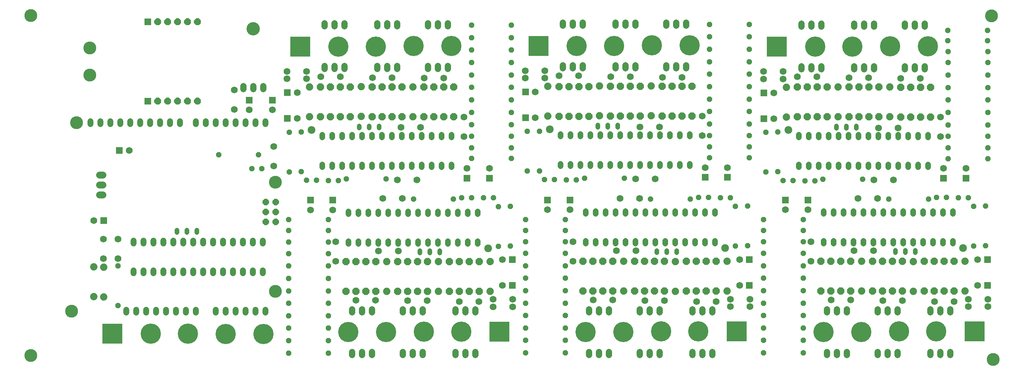
<source format=gbs>
G75*
%MOIN*%
%OFA0B0*%
%FSLAX25Y25*%
%IPPOS*%
%LPD*%
%AMOC8*
5,1,8,0,0,1.08239X$1,22.5*
%
%ADD10C,0.12998*%
%ADD11C,0.06000*%
%ADD12OC8,0.06502*%
%ADD13R,0.06900X0.06900*%
%ADD14C,0.06900*%
%ADD15C,0.07400*%
%ADD16R,0.07000X0.07000*%
%ADD17OC8,0.07000*%
%ADD18C,0.06896*%
%ADD19C,0.06400*%
%ADD20C,0.13400*%
%ADD21C,0.04762*%
%ADD22OC8,0.05600*%
%ADD23R,0.20400X0.20400*%
%ADD24C,0.20400*%
%ADD25C,0.05600*%
%ADD26OC8,0.07200*%
%ADD27C,0.07800*%
D10*
X0102550Y0108250D03*
X0143400Y0153050D03*
X0348400Y0173050D03*
X0348400Y0283050D03*
X0162000Y0390850D03*
X0162000Y0418150D03*
X0102550Y0451100D03*
X0148400Y0343050D03*
X1068750Y0450600D03*
X1070450Y0104150D03*
D11*
X0338400Y0151650D02*
X0338400Y0154450D01*
X0328400Y0154450D02*
X0328400Y0151650D01*
X0318400Y0151650D02*
X0318400Y0154450D01*
X0308400Y0154450D02*
X0308400Y0151650D01*
X0298400Y0151650D02*
X0298400Y0154450D01*
X0288400Y0154450D02*
X0288400Y0151650D01*
X0268400Y0151650D02*
X0268400Y0154450D01*
X0258400Y0154450D02*
X0258400Y0151650D01*
X0248400Y0151650D02*
X0248400Y0154450D01*
X0238400Y0154450D02*
X0238400Y0151650D01*
X0228400Y0151650D02*
X0228400Y0154450D01*
X0218400Y0154450D02*
X0218400Y0151650D01*
X0208400Y0151650D02*
X0208400Y0154450D01*
X0198400Y0154450D02*
X0198400Y0151650D01*
X0205900Y0191150D02*
X0205900Y0193950D01*
X0215900Y0193950D02*
X0215900Y0191150D01*
X0225900Y0191150D02*
X0225900Y0193950D01*
X0235900Y0193950D02*
X0235900Y0191150D01*
X0245900Y0191150D02*
X0245900Y0193950D01*
X0255900Y0193950D02*
X0255900Y0191150D01*
X0265900Y0191150D02*
X0265900Y0193950D01*
X0275900Y0193950D02*
X0275900Y0191150D01*
X0285900Y0191150D02*
X0285900Y0193950D01*
X0295900Y0193950D02*
X0295900Y0191150D01*
X0305900Y0191150D02*
X0305900Y0193950D01*
X0315900Y0193950D02*
X0315900Y0191150D01*
X0325900Y0191150D02*
X0325900Y0193950D01*
X0335900Y0193950D02*
X0335900Y0191150D01*
X0335900Y0221150D02*
X0335900Y0223950D01*
X0325900Y0223950D02*
X0325900Y0221150D01*
X0315900Y0221150D02*
X0315900Y0223950D01*
X0305900Y0223950D02*
X0305900Y0221150D01*
X0295900Y0221150D02*
X0295900Y0223950D01*
X0285900Y0223950D02*
X0285900Y0221150D01*
X0275900Y0221150D02*
X0275900Y0223950D01*
X0265900Y0223950D02*
X0265900Y0221150D01*
X0255900Y0221150D02*
X0255900Y0223950D01*
X0245900Y0223950D02*
X0245900Y0221150D01*
X0235900Y0221150D02*
X0235900Y0223950D01*
X0225900Y0223950D02*
X0225900Y0221150D01*
X0215900Y0221150D02*
X0215900Y0223950D01*
X0205900Y0223950D02*
X0205900Y0221150D01*
X0202400Y0341650D02*
X0202400Y0344450D01*
X0192400Y0344450D02*
X0192400Y0341650D01*
X0182400Y0341650D02*
X0182400Y0344450D01*
X0172400Y0344450D02*
X0172400Y0341650D01*
X0162400Y0341650D02*
X0162400Y0344450D01*
X0212400Y0344450D02*
X0212400Y0341650D01*
X0222400Y0341650D02*
X0222400Y0344450D01*
X0232400Y0344450D02*
X0232400Y0341650D01*
X0242400Y0341650D02*
X0242400Y0344450D01*
X0252400Y0344450D02*
X0252400Y0341650D01*
X0268400Y0341650D02*
X0268400Y0344450D01*
X0278400Y0344450D02*
X0278400Y0341650D01*
X0288400Y0341650D02*
X0288400Y0344450D01*
X0298400Y0344450D02*
X0298400Y0341650D01*
X0308400Y0341650D02*
X0308400Y0344450D01*
X0318400Y0344450D02*
X0318400Y0341650D01*
X0328400Y0341650D02*
X0328400Y0344450D01*
X0338400Y0344450D02*
X0338400Y0341650D01*
D12*
X0338900Y0263050D03*
X0338900Y0253050D03*
X0338900Y0243050D03*
X0348900Y0243050D03*
X0348900Y0253050D03*
X0348900Y0263050D03*
D13*
X0383700Y0264921D03*
X0406300Y0264921D03*
X0541100Y0287079D03*
X0563700Y0287079D03*
X0622200Y0265121D03*
X0644800Y0265121D03*
X0586821Y0204850D03*
X0586821Y0178850D03*
X0780700Y0287879D03*
X0803300Y0287879D03*
X0861600Y0265121D03*
X0884200Y0265121D03*
X0825321Y0205050D03*
X0825321Y0179050D03*
X1020500Y0286979D03*
X1043100Y0286979D03*
X1064721Y0205050D03*
X1064721Y0179050D03*
X0839979Y0347050D03*
X0839979Y0373050D03*
X0600179Y0373950D03*
X0600179Y0347950D03*
X0360579Y0347150D03*
X0345471Y0365771D03*
X0360579Y0373150D03*
X0322071Y0365671D03*
X0191679Y0314950D03*
X0175721Y0244250D03*
D14*
X0165879Y0244250D03*
X0175600Y0225793D03*
X0190300Y0225793D03*
X0190300Y0206107D03*
X0175600Y0206107D03*
X0346900Y0299207D03*
X0346900Y0318893D03*
X0370421Y0347150D03*
X0345471Y0355929D03*
X0322071Y0355829D03*
X0307300Y0356407D03*
X0307300Y0376093D03*
X0360157Y0387150D03*
X0360157Y0394650D03*
X0379843Y0394650D03*
X0379843Y0387150D03*
X0394157Y0389400D03*
X0413843Y0389400D03*
X0446157Y0388400D03*
X0465843Y0388400D03*
X0498157Y0387900D03*
X0517843Y0387900D03*
X0538200Y0348793D03*
X0538200Y0329107D03*
X0494493Y0338150D03*
X0474807Y0338150D03*
X0541100Y0296921D03*
X0563700Y0296921D03*
X0490843Y0285450D03*
X0471157Y0285450D03*
X0476243Y0266550D03*
X0456557Y0266550D03*
X0406300Y0255079D03*
X0383700Y0255079D03*
X0409200Y0222893D03*
X0409200Y0203207D03*
X0452357Y0213750D03*
X0472043Y0213750D03*
X0481557Y0163600D03*
X0501243Y0163600D03*
X0533557Y0162600D03*
X0553243Y0162600D03*
X0567557Y0164850D03*
X0567557Y0157350D03*
X0587243Y0157350D03*
X0587243Y0164850D03*
X0576979Y0178850D03*
X0576979Y0204850D03*
X0647700Y0203407D03*
X0647700Y0223093D03*
X0691407Y0214050D03*
X0711093Y0214050D03*
X0644800Y0255279D03*
X0622200Y0255279D03*
X0695057Y0266750D03*
X0714743Y0266750D03*
X0710757Y0286250D03*
X0730443Y0286250D03*
X0780700Y0297721D03*
X0803300Y0297721D03*
X0777800Y0329907D03*
X0777800Y0349593D03*
X0734843Y0338700D03*
X0715157Y0338700D03*
X0705443Y0389200D03*
X0685757Y0389200D03*
X0653443Y0390200D03*
X0633757Y0390200D03*
X0619443Y0387950D03*
X0619443Y0395450D03*
X0599757Y0395450D03*
X0599757Y0387950D03*
X0610021Y0373950D03*
X0610021Y0347950D03*
X0737757Y0388700D03*
X0757443Y0388700D03*
X0839557Y0387050D03*
X0839557Y0394550D03*
X0859243Y0394550D03*
X0859243Y0387050D03*
X0873557Y0389300D03*
X0893243Y0389300D03*
X0925557Y0388300D03*
X0945243Y0388300D03*
X0977557Y0387800D03*
X0997243Y0387800D03*
X1017600Y0348693D03*
X1017600Y0329007D03*
X0974743Y0337700D03*
X0955057Y0337700D03*
X1020500Y0296821D03*
X1043100Y0296821D03*
X0970243Y0285350D03*
X0950557Y0285350D03*
X0954143Y0266750D03*
X0934457Y0266750D03*
X0884200Y0255279D03*
X0861600Y0255279D03*
X0887100Y0223093D03*
X0887100Y0203407D03*
X0930657Y0214000D03*
X0950343Y0214000D03*
X0959457Y0163800D03*
X0979143Y0163800D03*
X1011457Y0162800D03*
X1031143Y0162800D03*
X1045457Y0165050D03*
X1045457Y0157550D03*
X1065143Y0157550D03*
X1065143Y0165050D03*
X1054879Y0179050D03*
X1054879Y0205050D03*
X0927143Y0164300D03*
X0907457Y0164300D03*
X0825743Y0165050D03*
X0825743Y0157550D03*
X0806057Y0157550D03*
X0806057Y0165050D03*
X0791743Y0162800D03*
X0772057Y0162800D03*
X0739743Y0163800D03*
X0720057Y0163800D03*
X0687743Y0164300D03*
X0668057Y0164300D03*
X0815479Y0179050D03*
X0815479Y0205050D03*
X0849821Y0347050D03*
X0849821Y0373050D03*
X0449243Y0164100D03*
X0429557Y0164100D03*
X0201521Y0314950D03*
X0370421Y0373150D03*
D15*
X0383000Y0378910D03*
X0435000Y0379150D03*
X0435000Y0349150D03*
X0383000Y0348910D03*
X0487000Y0349030D03*
X0487000Y0379030D03*
X0622600Y0379710D03*
X0674600Y0379950D03*
X0674600Y0349950D03*
X0622600Y0349710D03*
X0726600Y0349830D03*
X0726600Y0379830D03*
X0862400Y0378810D03*
X0914400Y0379050D03*
X0914400Y0349050D03*
X0862400Y0348810D03*
X0966400Y0348930D03*
X0966400Y0378930D03*
X0990300Y0203050D03*
X0938300Y0203170D03*
X0938300Y0173170D03*
X0990300Y0173050D03*
X1042300Y0173290D03*
X1042300Y0203290D03*
X0802900Y0203290D03*
X0750900Y0203050D03*
X0750900Y0173050D03*
X0802900Y0173290D03*
X0698900Y0173170D03*
X0698900Y0203170D03*
X0564400Y0203090D03*
X0512400Y0202850D03*
X0512400Y0172850D03*
X0564400Y0173090D03*
X0460400Y0172970D03*
X0460400Y0202970D03*
X0175700Y0197450D03*
X0166000Y0197550D03*
X0166000Y0167550D03*
X0175700Y0167450D03*
D16*
X0220100Y0364550D03*
X0220100Y0444550D03*
D17*
X0230100Y0444550D03*
X0240100Y0444550D03*
X0250100Y0444550D03*
X0260100Y0444550D03*
X0270100Y0444550D03*
X0270100Y0364550D03*
X0260100Y0364550D03*
X0250100Y0364550D03*
X0240100Y0364550D03*
X0230100Y0364550D03*
D18*
X0174924Y0290450D02*
X0171676Y0290450D01*
X0171676Y0280450D02*
X0174924Y0280450D01*
X0174924Y0270450D02*
X0171676Y0270450D01*
D19*
X0316300Y0377079D02*
X0316300Y0380079D01*
X0326300Y0380079D02*
X0326300Y0377079D01*
X0336300Y0377079D02*
X0336300Y0380079D01*
X0398000Y0397150D02*
X0398000Y0400150D01*
X0408000Y0400150D02*
X0408000Y0397150D01*
X0418000Y0397150D02*
X0418000Y0400150D01*
X0451000Y0400150D02*
X0451000Y0397150D01*
X0461000Y0397150D02*
X0461000Y0400150D01*
X0471000Y0400150D02*
X0471000Y0397150D01*
X0502000Y0397150D02*
X0502000Y0400150D01*
X0512000Y0400150D02*
X0512000Y0397150D01*
X0522000Y0397150D02*
X0522000Y0400150D01*
X0522000Y0440150D02*
X0522000Y0443150D01*
X0512000Y0443150D02*
X0512000Y0440150D01*
X0502000Y0440150D02*
X0502000Y0443150D01*
X0471000Y0443150D02*
X0471000Y0440150D01*
X0461000Y0440150D02*
X0461000Y0443150D01*
X0451000Y0443150D02*
X0451000Y0440150D01*
X0418000Y0440150D02*
X0418000Y0443150D01*
X0408000Y0443150D02*
X0408000Y0440150D01*
X0398000Y0440150D02*
X0398000Y0443150D01*
X0637600Y0443950D02*
X0637600Y0440950D01*
X0647600Y0440950D02*
X0647600Y0443950D01*
X0657600Y0443950D02*
X0657600Y0440950D01*
X0690600Y0440950D02*
X0690600Y0443950D01*
X0700600Y0443950D02*
X0700600Y0440950D01*
X0710600Y0440950D02*
X0710600Y0443950D01*
X0741600Y0443950D02*
X0741600Y0440950D01*
X0751600Y0440950D02*
X0751600Y0443950D01*
X0761600Y0443950D02*
X0761600Y0440950D01*
X0761600Y0400950D02*
X0761600Y0397950D01*
X0751600Y0397950D02*
X0751600Y0400950D01*
X0741600Y0400950D02*
X0741600Y0397950D01*
X0710600Y0397950D02*
X0710600Y0400950D01*
X0700600Y0400950D02*
X0700600Y0397950D01*
X0690600Y0397950D02*
X0690600Y0400950D01*
X0657600Y0400950D02*
X0657600Y0397950D01*
X0647600Y0397950D02*
X0647600Y0400950D01*
X0637600Y0400950D02*
X0637600Y0397950D01*
X0877400Y0397050D02*
X0877400Y0400050D01*
X0887400Y0400050D02*
X0887400Y0397050D01*
X0897400Y0397050D02*
X0897400Y0400050D01*
X0930400Y0400050D02*
X0930400Y0397050D01*
X0940400Y0397050D02*
X0940400Y0400050D01*
X0950400Y0400050D02*
X0950400Y0397050D01*
X0981400Y0397050D02*
X0981400Y0400050D01*
X0991400Y0400050D02*
X0991400Y0397050D01*
X1001400Y0397050D02*
X1001400Y0400050D01*
X1001400Y0440050D02*
X1001400Y0443050D01*
X0991400Y0443050D02*
X0991400Y0440050D01*
X0981400Y0440050D02*
X0981400Y0443050D01*
X0950400Y0443050D02*
X0950400Y0440050D01*
X0940400Y0440050D02*
X0940400Y0443050D01*
X0930400Y0443050D02*
X0930400Y0440050D01*
X0897400Y0440050D02*
X0897400Y0443050D01*
X0887400Y0443050D02*
X0887400Y0440050D01*
X0877400Y0440050D02*
X0877400Y0443050D01*
X0903300Y0155050D02*
X0903300Y0152050D01*
X0913300Y0152050D02*
X0913300Y0155050D01*
X0923300Y0155050D02*
X0923300Y0152050D01*
X0954300Y0152050D02*
X0954300Y0155050D01*
X0964300Y0155050D02*
X0964300Y0152050D01*
X0974300Y0152050D02*
X0974300Y0155050D01*
X1007300Y0155050D02*
X1007300Y0152050D01*
X1017300Y0152050D02*
X1017300Y0155050D01*
X1027300Y0155050D02*
X1027300Y0152050D01*
X1027300Y0112050D02*
X1027300Y0109050D01*
X1017300Y0109050D02*
X1017300Y0112050D01*
X1007300Y0112050D02*
X1007300Y0109050D01*
X0974300Y0109050D02*
X0974300Y0112050D01*
X0964300Y0112050D02*
X0964300Y0109050D01*
X0954300Y0109050D02*
X0954300Y0112050D01*
X0923300Y0112050D02*
X0923300Y0109050D01*
X0913300Y0109050D02*
X0913300Y0112050D01*
X0903300Y0112050D02*
X0903300Y0109050D01*
X0787900Y0109050D02*
X0787900Y0112050D01*
X0777900Y0112050D02*
X0777900Y0109050D01*
X0767900Y0109050D02*
X0767900Y0112050D01*
X0734900Y0112050D02*
X0734900Y0109050D01*
X0724900Y0109050D02*
X0724900Y0112050D01*
X0714900Y0112050D02*
X0714900Y0109050D01*
X0683900Y0109050D02*
X0683900Y0112050D01*
X0673900Y0112050D02*
X0673900Y0109050D01*
X0663900Y0109050D02*
X0663900Y0112050D01*
X0663900Y0152050D02*
X0663900Y0155050D01*
X0673900Y0155050D02*
X0673900Y0152050D01*
X0683900Y0152050D02*
X0683900Y0155050D01*
X0714900Y0155050D02*
X0714900Y0152050D01*
X0724900Y0152050D02*
X0724900Y0155050D01*
X0734900Y0155050D02*
X0734900Y0152050D01*
X0767900Y0152050D02*
X0767900Y0155050D01*
X0777900Y0155050D02*
X0777900Y0152050D01*
X0787900Y0152050D02*
X0787900Y0155050D01*
X0549400Y0154850D02*
X0549400Y0151850D01*
X0539400Y0151850D02*
X0539400Y0154850D01*
X0529400Y0154850D02*
X0529400Y0151850D01*
X0496400Y0151850D02*
X0496400Y0154850D01*
X0486400Y0154850D02*
X0486400Y0151850D01*
X0476400Y0151850D02*
X0476400Y0154850D01*
X0445400Y0154850D02*
X0445400Y0151850D01*
X0435400Y0151850D02*
X0435400Y0154850D01*
X0425400Y0154850D02*
X0425400Y0151850D01*
X0425400Y0111850D02*
X0425400Y0108850D01*
X0435400Y0108850D02*
X0435400Y0111850D01*
X0445400Y0111850D02*
X0445400Y0108850D01*
X0476400Y0108850D02*
X0476400Y0111850D01*
X0486400Y0111850D02*
X0486400Y0108850D01*
X0496400Y0108850D02*
X0496400Y0111850D01*
X0529400Y0111850D02*
X0529400Y0108850D01*
X0539400Y0108850D02*
X0539400Y0111850D01*
X0549400Y0111850D02*
X0549400Y0108850D01*
D20*
X0326300Y0437579D03*
D21*
X0433000Y0339791D02*
X0433000Y0337609D01*
X0443000Y0337609D02*
X0443000Y0339791D01*
X0453000Y0339791D02*
X0453000Y0337609D01*
X0269400Y0234641D02*
X0269400Y0232459D01*
X0259400Y0232459D02*
X0259400Y0234641D01*
X0249400Y0234641D02*
X0249400Y0232459D01*
X0493800Y0213941D02*
X0493800Y0211759D01*
X0503800Y0211759D02*
X0503800Y0213941D01*
X0513800Y0213941D02*
X0513800Y0211759D01*
X0732300Y0211959D02*
X0732300Y0214141D01*
X0742300Y0214141D02*
X0742300Y0211959D01*
X0752300Y0211959D02*
X0752300Y0214141D01*
X0972350Y0214241D02*
X0972350Y0212059D01*
X0982350Y0212059D02*
X0982350Y0214241D01*
X0992350Y0214241D02*
X0992350Y0212059D01*
X0932700Y0337459D02*
X0932700Y0339641D01*
X0922700Y0339641D02*
X0922700Y0337459D01*
X0912700Y0337459D02*
X0912700Y0339641D01*
X0693000Y0340641D02*
X0693000Y0338459D01*
X0683000Y0338459D02*
X0683000Y0340641D01*
X0673000Y0340641D02*
X0673000Y0338459D01*
D22*
X0614200Y0334450D03*
X0602000Y0334150D03*
X0585700Y0329250D03*
X0585700Y0340886D03*
X0585700Y0353432D03*
X0585700Y0365977D03*
X0585700Y0378523D03*
X0585700Y0391068D03*
X0585700Y0403614D03*
X0585700Y0416159D03*
X0585700Y0428705D03*
X0585700Y0441250D03*
X0545700Y0441250D03*
X0545700Y0428705D03*
X0545700Y0416159D03*
X0545700Y0403614D03*
X0545700Y0391068D03*
X0545700Y0378523D03*
X0545700Y0365977D03*
X0545700Y0353432D03*
X0545700Y0340886D03*
X0545700Y0329250D03*
X0545700Y0317796D03*
X0545700Y0306841D03*
X0585700Y0306841D03*
X0585700Y0317796D03*
X0602000Y0294150D03*
X0614200Y0294450D03*
X0619300Y0285650D03*
X0629300Y0285650D03*
X0641300Y0285350D03*
X0651300Y0285350D03*
X0659500Y0286950D03*
X0699500Y0286950D03*
X0726000Y0266050D03*
X0766000Y0266050D03*
X0774200Y0267650D03*
X0784200Y0267650D03*
X0796200Y0267350D03*
X0806200Y0267350D03*
X0811300Y0258550D03*
X0823500Y0258850D03*
X0839600Y0245359D03*
X0839600Y0234404D03*
X0839600Y0222950D03*
X0839600Y0211314D03*
X0823500Y0218850D03*
X0811300Y0218550D03*
X0839600Y0198768D03*
X0839600Y0186223D03*
X0839600Y0173677D03*
X0839600Y0161132D03*
X0839600Y0148586D03*
X0839600Y0136041D03*
X0839600Y0123495D03*
X0839600Y0110950D03*
X0879600Y0110950D03*
X0879600Y0123495D03*
X0879600Y0136041D03*
X0879600Y0148586D03*
X0879600Y0161132D03*
X0879600Y0173677D03*
X0879600Y0186223D03*
X0879600Y0198768D03*
X0879600Y0211314D03*
X0879600Y0222950D03*
X0879600Y0234404D03*
X0879600Y0245359D03*
X0881100Y0284450D03*
X0891100Y0284450D03*
X0899300Y0286050D03*
X0869100Y0284750D03*
X0859100Y0284750D03*
X0854000Y0293550D03*
X0841800Y0293250D03*
X0825300Y0307641D03*
X0825300Y0318596D03*
X0825300Y0330050D03*
X0825300Y0341686D03*
X0825300Y0354232D03*
X0825300Y0366777D03*
X0825300Y0379323D03*
X0825300Y0391868D03*
X0825300Y0404414D03*
X0825300Y0416959D03*
X0825300Y0429505D03*
X0825300Y0442050D03*
X0785300Y0442050D03*
X0785300Y0429505D03*
X0785300Y0416959D03*
X0785300Y0404414D03*
X0785300Y0391868D03*
X0785300Y0379323D03*
X0785300Y0366777D03*
X0785300Y0354232D03*
X0785300Y0341686D03*
X0785300Y0330050D03*
X0785300Y0318596D03*
X0785300Y0307641D03*
X0841800Y0333250D03*
X0854000Y0333550D03*
X0939300Y0286050D03*
X0965400Y0266050D03*
X1005400Y0266050D03*
X1013600Y0267650D03*
X1023600Y0267650D03*
X1035600Y0267350D03*
X1045600Y0267350D03*
X1050700Y0258550D03*
X1062900Y0258850D03*
X1062900Y0218850D03*
X1050700Y0218550D03*
X1065100Y0306741D03*
X1065100Y0317696D03*
X1065100Y0329150D03*
X1065100Y0340786D03*
X1065100Y0353332D03*
X1065100Y0365877D03*
X1065100Y0378423D03*
X1065100Y0390968D03*
X1065100Y0403514D03*
X1065100Y0414659D03*
X1064800Y0425505D03*
X1065000Y0436050D03*
X1025000Y0436050D03*
X1024800Y0425505D03*
X1025100Y0414659D03*
X1025100Y0403514D03*
X1025100Y0390968D03*
X1025100Y0378423D03*
X1025100Y0365877D03*
X1025100Y0353332D03*
X1025100Y0340786D03*
X1025100Y0329150D03*
X1025100Y0317696D03*
X1025100Y0306741D03*
X0640200Y0245359D03*
X0640200Y0234404D03*
X0640200Y0222950D03*
X0640200Y0211314D03*
X0640200Y0198768D03*
X0640200Y0186223D03*
X0640200Y0173677D03*
X0640200Y0161132D03*
X0640200Y0148586D03*
X0640200Y0136041D03*
X0640200Y0123495D03*
X0640200Y0110950D03*
X0600200Y0110950D03*
X0600200Y0123495D03*
X0600200Y0136041D03*
X0600200Y0148586D03*
X0600200Y0161132D03*
X0600200Y0173677D03*
X0600200Y0186223D03*
X0600200Y0198768D03*
X0600200Y0211314D03*
X0600200Y0222950D03*
X0585000Y0218650D03*
X0572800Y0218350D03*
X0600200Y0234404D03*
X0600200Y0245359D03*
X0585000Y0258650D03*
X0572800Y0258350D03*
X0567700Y0267150D03*
X0557700Y0267150D03*
X0545700Y0267450D03*
X0535700Y0267450D03*
X0527500Y0265850D03*
X0487500Y0265850D03*
X0459900Y0286150D03*
X0419900Y0286150D03*
X0411700Y0284550D03*
X0401700Y0284550D03*
X0389700Y0284850D03*
X0379700Y0284850D03*
X0374600Y0293650D03*
X0362400Y0293350D03*
X0334900Y0296550D03*
X0324900Y0296550D03*
X0331400Y0310750D03*
X0362400Y0333350D03*
X0374600Y0333650D03*
X0291400Y0310750D03*
X0361700Y0245159D03*
X0361700Y0234204D03*
X0361700Y0222750D03*
X0361700Y0211114D03*
X0361700Y0198568D03*
X0361700Y0186023D03*
X0361700Y0173477D03*
X0361700Y0160932D03*
X0361700Y0148386D03*
X0361700Y0135841D03*
X0361700Y0123295D03*
X0361700Y0110750D03*
X0401700Y0110750D03*
X0401700Y0123295D03*
X0401700Y0135841D03*
X0401700Y0148386D03*
X0401700Y0160932D03*
X0401700Y0173477D03*
X0401700Y0186023D03*
X0401700Y0198568D03*
X0401700Y0211114D03*
X0401700Y0222750D03*
X0401700Y0234204D03*
X0401700Y0245159D03*
X0190100Y0198650D03*
X0190100Y0158650D03*
D23*
X0184600Y0130350D03*
X0573900Y0132350D03*
X0812400Y0132550D03*
X1051800Y0132550D03*
X0852900Y0419550D03*
X0613100Y0420450D03*
X0373500Y0419650D03*
D24*
X0412000Y0419650D03*
X0449500Y0419650D03*
X0487500Y0420150D03*
X0525500Y0420150D03*
X0651600Y0420450D03*
X0689100Y0420450D03*
X0727100Y0420950D03*
X0765100Y0420950D03*
X0891400Y0419550D03*
X0928900Y0419550D03*
X0966900Y0420050D03*
X1004900Y0420050D03*
X1013300Y0132550D03*
X0975800Y0132550D03*
X0937800Y0132050D03*
X0899800Y0132050D03*
X0773900Y0132550D03*
X0736400Y0132550D03*
X0698400Y0132050D03*
X0660400Y0132050D03*
X0535400Y0132350D03*
X0497900Y0132350D03*
X0459900Y0131850D03*
X0421900Y0131850D03*
X0336600Y0129850D03*
X0298600Y0129850D03*
X0260600Y0130350D03*
X0223100Y0130350D03*
D25*
X0421900Y0221050D02*
X0421900Y0223650D01*
X0431900Y0223650D02*
X0431900Y0221050D01*
X0441900Y0221050D02*
X0441900Y0223650D01*
X0451900Y0223650D02*
X0451900Y0221050D01*
X0461900Y0221050D02*
X0461900Y0223650D01*
X0471900Y0223650D02*
X0471900Y0221050D01*
X0481900Y0221050D02*
X0481900Y0223650D01*
X0491900Y0223650D02*
X0491900Y0221050D01*
X0501900Y0221050D02*
X0501900Y0223650D01*
X0511900Y0223650D02*
X0511900Y0221050D01*
X0521900Y0221050D02*
X0521900Y0223650D01*
X0531900Y0223650D02*
X0531900Y0221050D01*
X0541900Y0221050D02*
X0541900Y0223650D01*
X0551900Y0223650D02*
X0551900Y0221050D01*
X0551900Y0251050D02*
X0551900Y0253650D01*
X0541900Y0253650D02*
X0541900Y0251050D01*
X0531900Y0251050D02*
X0531900Y0253650D01*
X0521900Y0253650D02*
X0521900Y0251050D01*
X0511900Y0251050D02*
X0511900Y0253650D01*
X0501900Y0253650D02*
X0501900Y0251050D01*
X0491900Y0251050D02*
X0491900Y0253650D01*
X0481900Y0253650D02*
X0481900Y0251050D01*
X0471900Y0251050D02*
X0471900Y0253650D01*
X0461900Y0253650D02*
X0461900Y0251050D01*
X0451900Y0251050D02*
X0451900Y0253650D01*
X0441900Y0253650D02*
X0441900Y0251050D01*
X0431900Y0251050D02*
X0431900Y0253650D01*
X0421900Y0253650D02*
X0421900Y0251050D01*
X0425500Y0298350D02*
X0425500Y0300950D01*
X0415500Y0300950D02*
X0415500Y0298350D01*
X0405500Y0298350D02*
X0405500Y0300950D01*
X0395500Y0300950D02*
X0395500Y0298350D01*
X0435500Y0298350D02*
X0435500Y0300950D01*
X0445500Y0300950D02*
X0445500Y0298350D01*
X0455500Y0298350D02*
X0455500Y0300950D01*
X0465500Y0300950D02*
X0465500Y0298350D01*
X0475500Y0298350D02*
X0475500Y0300950D01*
X0485500Y0300950D02*
X0485500Y0298350D01*
X0495500Y0298350D02*
X0495500Y0300950D01*
X0505500Y0300950D02*
X0505500Y0298350D01*
X0515500Y0298350D02*
X0515500Y0300950D01*
X0525500Y0300950D02*
X0525500Y0298350D01*
X0525500Y0328350D02*
X0525500Y0330950D01*
X0515500Y0330950D02*
X0515500Y0328350D01*
X0505500Y0328350D02*
X0505500Y0330950D01*
X0495500Y0330950D02*
X0495500Y0328350D01*
X0485500Y0328350D02*
X0485500Y0330950D01*
X0475500Y0330950D02*
X0475500Y0328350D01*
X0465500Y0328350D02*
X0465500Y0330950D01*
X0455500Y0330950D02*
X0455500Y0328350D01*
X0445500Y0328350D02*
X0445500Y0330950D01*
X0435500Y0330950D02*
X0435500Y0328350D01*
X0425500Y0328350D02*
X0425500Y0330950D01*
X0415500Y0330950D02*
X0415500Y0328350D01*
X0405500Y0328350D02*
X0405500Y0330950D01*
X0395500Y0330950D02*
X0395500Y0328350D01*
X0635100Y0329150D02*
X0635100Y0331750D01*
X0645100Y0331750D02*
X0645100Y0329150D01*
X0655100Y0329150D02*
X0655100Y0331750D01*
X0665100Y0331750D02*
X0665100Y0329150D01*
X0675100Y0329150D02*
X0675100Y0331750D01*
X0685100Y0331750D02*
X0685100Y0329150D01*
X0695100Y0329150D02*
X0695100Y0331750D01*
X0705100Y0331750D02*
X0705100Y0329150D01*
X0715100Y0329150D02*
X0715100Y0331750D01*
X0725100Y0331750D02*
X0725100Y0329150D01*
X0735100Y0329150D02*
X0735100Y0331750D01*
X0745100Y0331750D02*
X0745100Y0329150D01*
X0755100Y0329150D02*
X0755100Y0331750D01*
X0765100Y0331750D02*
X0765100Y0329150D01*
X0765100Y0301750D02*
X0765100Y0299150D01*
X0755100Y0299150D02*
X0755100Y0301750D01*
X0745100Y0301750D02*
X0745100Y0299150D01*
X0735100Y0299150D02*
X0735100Y0301750D01*
X0725100Y0301750D02*
X0725100Y0299150D01*
X0715100Y0299150D02*
X0715100Y0301750D01*
X0705100Y0301750D02*
X0705100Y0299150D01*
X0695100Y0299150D02*
X0695100Y0301750D01*
X0685100Y0301750D02*
X0685100Y0299150D01*
X0675100Y0299150D02*
X0675100Y0301750D01*
X0665100Y0301750D02*
X0665100Y0299150D01*
X0655100Y0299150D02*
X0655100Y0301750D01*
X0645100Y0301750D02*
X0645100Y0299150D01*
X0635100Y0299150D02*
X0635100Y0301750D01*
X0660400Y0253850D02*
X0660400Y0251250D01*
X0670400Y0251250D02*
X0670400Y0253850D01*
X0680400Y0253850D02*
X0680400Y0251250D01*
X0690400Y0251250D02*
X0690400Y0253850D01*
X0700400Y0253850D02*
X0700400Y0251250D01*
X0710400Y0251250D02*
X0710400Y0253850D01*
X0720400Y0253850D02*
X0720400Y0251250D01*
X0730400Y0251250D02*
X0730400Y0253850D01*
X0740400Y0253850D02*
X0740400Y0251250D01*
X0750400Y0251250D02*
X0750400Y0253850D01*
X0760400Y0253850D02*
X0760400Y0251250D01*
X0770400Y0251250D02*
X0770400Y0253850D01*
X0780400Y0253850D02*
X0780400Y0251250D01*
X0790400Y0251250D02*
X0790400Y0253850D01*
X0790400Y0223850D02*
X0790400Y0221250D01*
X0780400Y0221250D02*
X0780400Y0223850D01*
X0770400Y0223850D02*
X0770400Y0221250D01*
X0760400Y0221250D02*
X0760400Y0223850D01*
X0750400Y0223850D02*
X0750400Y0221250D01*
X0740400Y0221250D02*
X0740400Y0223850D01*
X0730400Y0223850D02*
X0730400Y0221250D01*
X0720400Y0221250D02*
X0720400Y0223850D01*
X0710400Y0223850D02*
X0710400Y0221250D01*
X0700400Y0221250D02*
X0700400Y0223850D01*
X0690400Y0223850D02*
X0690400Y0221250D01*
X0680400Y0221250D02*
X0680400Y0223850D01*
X0670400Y0223850D02*
X0670400Y0221250D01*
X0660400Y0221250D02*
X0660400Y0223850D01*
X0874900Y0298250D02*
X0874900Y0300850D01*
X0884900Y0300850D02*
X0884900Y0298250D01*
X0894900Y0298250D02*
X0894900Y0300850D01*
X0904900Y0300850D02*
X0904900Y0298250D01*
X0914900Y0298250D02*
X0914900Y0300850D01*
X0924900Y0300850D02*
X0924900Y0298250D01*
X0934900Y0298250D02*
X0934900Y0300850D01*
X0944900Y0300850D02*
X0944900Y0298250D01*
X0954900Y0298250D02*
X0954900Y0300850D01*
X0964900Y0300850D02*
X0964900Y0298250D01*
X0974900Y0298250D02*
X0974900Y0300850D01*
X0984900Y0300850D02*
X0984900Y0298250D01*
X0994900Y0298250D02*
X0994900Y0300850D01*
X1004900Y0300850D02*
X1004900Y0298250D01*
X1004900Y0328250D02*
X1004900Y0330850D01*
X0994900Y0330850D02*
X0994900Y0328250D01*
X0984900Y0328250D02*
X0984900Y0330850D01*
X0974900Y0330850D02*
X0974900Y0328250D01*
X0964900Y0328250D02*
X0964900Y0330850D01*
X0954900Y0330850D02*
X0954900Y0328250D01*
X0944900Y0328250D02*
X0944900Y0330850D01*
X0934900Y0330850D02*
X0934900Y0328250D01*
X0924900Y0328250D02*
X0924900Y0330850D01*
X0914900Y0330850D02*
X0914900Y0328250D01*
X0904900Y0328250D02*
X0904900Y0330850D01*
X0894900Y0330850D02*
X0894900Y0328250D01*
X0884900Y0328250D02*
X0884900Y0330850D01*
X0874900Y0330850D02*
X0874900Y0328250D01*
X0899800Y0253850D02*
X0899800Y0251250D01*
X0909800Y0251250D02*
X0909800Y0253850D01*
X0919800Y0253850D02*
X0919800Y0251250D01*
X0929800Y0251250D02*
X0929800Y0253850D01*
X0939800Y0253850D02*
X0939800Y0251250D01*
X0949800Y0251250D02*
X0949800Y0253850D01*
X0959800Y0253850D02*
X0959800Y0251250D01*
X0969800Y0251250D02*
X0969800Y0253850D01*
X0979800Y0253850D02*
X0979800Y0251250D01*
X0989800Y0251250D02*
X0989800Y0253850D01*
X0999800Y0253850D02*
X0999800Y0251250D01*
X1009800Y0251250D02*
X1009800Y0253850D01*
X1019800Y0253850D02*
X1019800Y0251250D01*
X1029800Y0251250D02*
X1029800Y0253850D01*
X1029800Y0223850D02*
X1029800Y0221250D01*
X1019800Y0221250D02*
X1019800Y0223850D01*
X1009800Y0223850D02*
X1009800Y0221250D01*
X0999800Y0221250D02*
X0999800Y0223850D01*
X0989800Y0223850D02*
X0989800Y0221250D01*
X0979800Y0221250D02*
X0979800Y0223850D01*
X0969800Y0223850D02*
X0969800Y0221250D01*
X0959800Y0221250D02*
X0959800Y0223850D01*
X0949800Y0223850D02*
X0949800Y0221250D01*
X0939800Y0221250D02*
X0939800Y0223850D01*
X0929800Y0223850D02*
X0929800Y0221250D01*
X0919800Y0221250D02*
X0919800Y0223850D01*
X0909800Y0223850D02*
X0909800Y0221250D01*
X0899800Y0221250D02*
X0899800Y0223850D01*
D26*
X0897300Y0203310D03*
X0907300Y0203310D03*
X0917300Y0203310D03*
X0927300Y0203310D03*
X0949300Y0203230D03*
X0959300Y0203230D03*
X0969300Y0203230D03*
X0979300Y0203230D03*
X1001300Y0203150D03*
X1011300Y0203150D03*
X1021300Y0203150D03*
X1031300Y0203150D03*
X1031300Y0173150D03*
X1021300Y0173150D03*
X1011300Y0173150D03*
X1001300Y0173150D03*
X0979300Y0173230D03*
X0969300Y0173230D03*
X0959300Y0173230D03*
X0949300Y0173230D03*
X0927300Y0173310D03*
X0917300Y0173310D03*
X0907300Y0173310D03*
X0897300Y0173310D03*
X0791900Y0173150D03*
X0781900Y0173150D03*
X0771900Y0173150D03*
X0761900Y0173150D03*
X0739900Y0173230D03*
X0729900Y0173230D03*
X0719900Y0173230D03*
X0709900Y0173230D03*
X0687900Y0173310D03*
X0677900Y0173310D03*
X0667900Y0173310D03*
X0657900Y0173310D03*
X0657900Y0203310D03*
X0667900Y0203310D03*
X0677900Y0203310D03*
X0687900Y0203310D03*
X0709900Y0203230D03*
X0719900Y0203230D03*
X0729900Y0203230D03*
X0739900Y0203230D03*
X0761900Y0203150D03*
X0771900Y0203150D03*
X0781900Y0203150D03*
X0791900Y0203150D03*
X0553400Y0202950D03*
X0543400Y0202950D03*
X0533400Y0202950D03*
X0523400Y0202950D03*
X0501400Y0203030D03*
X0491400Y0203030D03*
X0481400Y0203030D03*
X0471400Y0203030D03*
X0449400Y0203110D03*
X0439400Y0203110D03*
X0429400Y0203110D03*
X0419400Y0203110D03*
X0419400Y0173110D03*
X0429400Y0173110D03*
X0439400Y0173110D03*
X0449400Y0173110D03*
X0471400Y0173030D03*
X0481400Y0173030D03*
X0491400Y0173030D03*
X0501400Y0173030D03*
X0523400Y0172950D03*
X0533400Y0172950D03*
X0543400Y0172950D03*
X0553400Y0172950D03*
X0528000Y0348890D03*
X0518000Y0348890D03*
X0508000Y0348890D03*
X0498000Y0348890D03*
X0476000Y0348970D03*
X0466000Y0348970D03*
X0456000Y0348970D03*
X0446000Y0348970D03*
X0424000Y0349050D03*
X0414000Y0349050D03*
X0404000Y0349050D03*
X0394000Y0349050D03*
X0394000Y0379050D03*
X0404000Y0379050D03*
X0414000Y0379050D03*
X0424000Y0379050D03*
X0446000Y0378970D03*
X0456000Y0378970D03*
X0466000Y0378970D03*
X0476000Y0378970D03*
X0498000Y0378890D03*
X0508000Y0378890D03*
X0518000Y0378890D03*
X0528000Y0378890D03*
X0634000Y0379450D03*
X0644000Y0379450D03*
X0654000Y0379450D03*
X0664000Y0379450D03*
X0685600Y0379770D03*
X0695600Y0379770D03*
X0705600Y0379770D03*
X0715600Y0379770D03*
X0737600Y0379690D03*
X0747600Y0379690D03*
X0757600Y0379690D03*
X0767600Y0379690D03*
X0767600Y0349690D03*
X0757600Y0349690D03*
X0747600Y0349690D03*
X0737600Y0349690D03*
X0715600Y0349770D03*
X0705600Y0349770D03*
X0695600Y0349770D03*
X0685600Y0349770D03*
X0664000Y0349450D03*
X0654000Y0349450D03*
X0644000Y0349450D03*
X0634000Y0349450D03*
X0873400Y0348950D03*
X0883400Y0348950D03*
X0893400Y0348950D03*
X0903400Y0348950D03*
X0925400Y0348870D03*
X0935400Y0348870D03*
X0945400Y0348870D03*
X0955400Y0348870D03*
X0977400Y0348790D03*
X0987400Y0348790D03*
X0997400Y0348790D03*
X1007400Y0348790D03*
X1007400Y0378790D03*
X0997400Y0378790D03*
X0987400Y0378790D03*
X0977400Y0378790D03*
X0955400Y0378870D03*
X0945400Y0378870D03*
X0935400Y0378870D03*
X0925400Y0378870D03*
X0903400Y0378950D03*
X0893400Y0378950D03*
X0883400Y0378950D03*
X0873400Y0378950D03*
D27*
X0864400Y0335550D03*
X0800900Y0216550D03*
X0624600Y0336450D03*
X0562400Y0216350D03*
X0385000Y0335650D03*
X1040300Y0216550D03*
M02*

</source>
